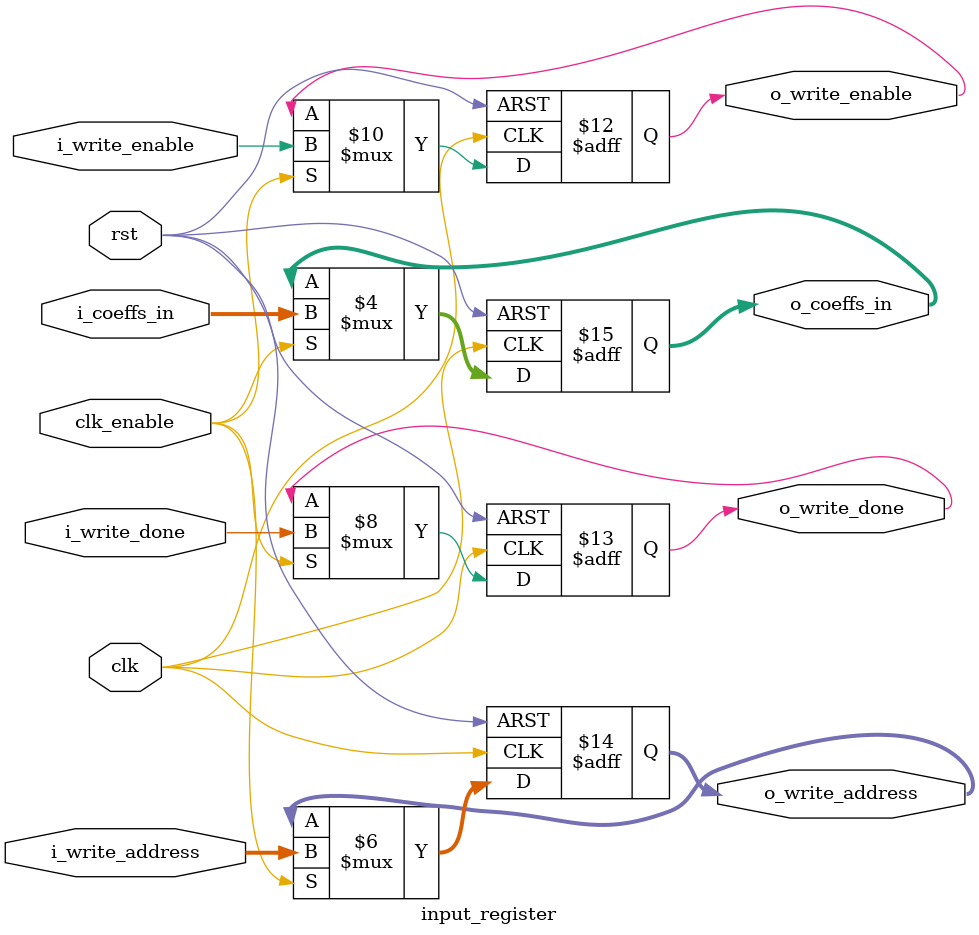
<source format=v>
module input_register (
    input clk,
    input rst,
    input clk_enable,

    input               i_write_enable,
    input               i_write_done,
    input        [ 5:0] i_write_address,
    input signed [15:0] i_coeffs_in,

    output reg o_write_enable,
    output reg o_write_done,
    output reg [5:0] o_write_address, // unsigned integer 6 bit. [0, 64 - 1]
    output reg signed [15:0] o_coeffs_in // same as filter's coeffs_in datatype. signed fixed-point 16 bit, 18 frac. [-0.125, 0.125 - 3.814697265625e-06]
);
  always @(posedge clk or posedge rst) begin
    if (rst == 1) begin
      // reset to default values
      o_write_enable <= 0;
      o_write_done <= 0;
      o_write_address <= 0;
      o_coeffs_in <= 0;
    end else begin
      if (clk_enable == 1) begin
        o_write_enable  <= i_write_enable;
        o_write_done    <= i_write_done;
        o_write_address <= i_write_address;
        o_coeffs_in     <= i_coeffs_in;
      end
    end
  end

endmodule  //input_register

</source>
